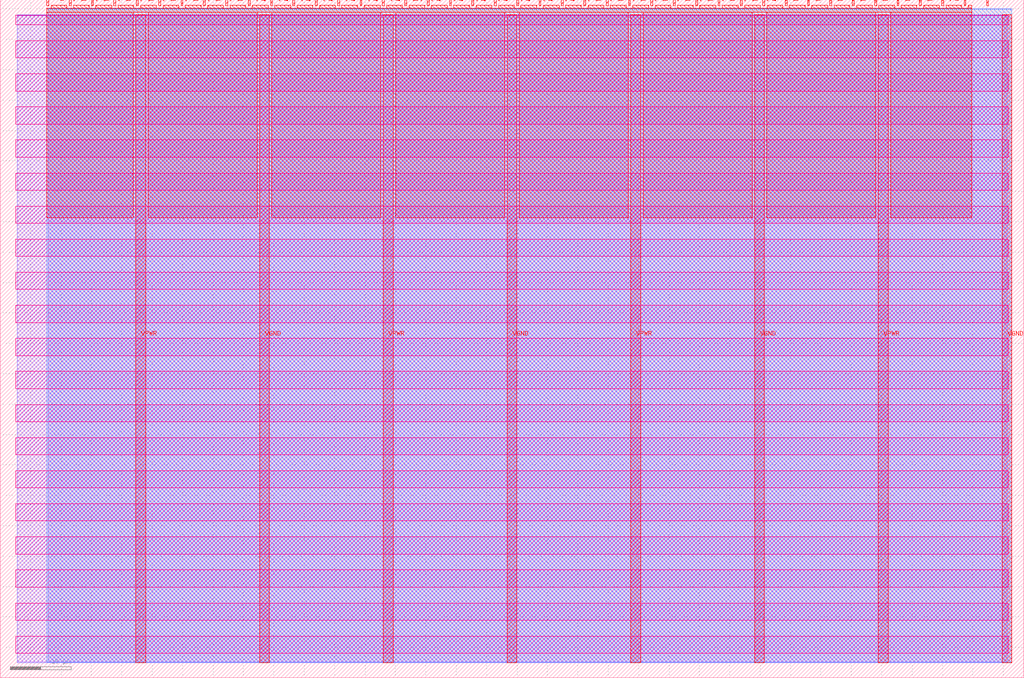
<source format=lef>
VERSION 5.7 ;
  NOWIREEXTENSIONATPIN ON ;
  DIVIDERCHAR "/" ;
  BUSBITCHARS "[]" ;
MACRO tt_um_darkfsegura_collatz
  CLASS BLOCK ;
  FOREIGN tt_um_darkfsegura_collatz ;
  ORIGIN 0.000 0.000 ;
  SIZE 168.360 BY 111.520 ;
  PIN VGND
    DIRECTION INOUT ;
    USE GROUND ;
    PORT
      LAYER met4 ;
        RECT 42.670 2.480 44.270 109.040 ;
    END
    PORT
      LAYER met4 ;
        RECT 83.380 2.480 84.980 109.040 ;
    END
    PORT
      LAYER met4 ;
        RECT 124.090 2.480 125.690 109.040 ;
    END
    PORT
      LAYER met4 ;
        RECT 164.800 2.480 166.400 109.040 ;
    END
  END VGND
  PIN VPWR
    DIRECTION INOUT ;
    USE POWER ;
    PORT
      LAYER met4 ;
        RECT 22.315 2.480 23.915 109.040 ;
    END
    PORT
      LAYER met4 ;
        RECT 63.025 2.480 64.625 109.040 ;
    END
    PORT
      LAYER met4 ;
        RECT 103.735 2.480 105.335 109.040 ;
    END
    PORT
      LAYER met4 ;
        RECT 144.445 2.480 146.045 109.040 ;
    END
  END VPWR
  PIN clk
    DIRECTION INPUT ;
    USE SIGNAL ;
    ANTENNAGATEAREA 0.852000 ;
    PORT
      LAYER met4 ;
        RECT 158.550 110.520 158.850 111.520 ;
    END
  END clk
  PIN ena
    DIRECTION INPUT ;
    USE SIGNAL ;
    PORT
      LAYER met4 ;
        RECT 162.230 110.520 162.530 111.520 ;
    END
  END ena
  PIN rst_n
    DIRECTION INPUT ;
    USE SIGNAL ;
    ANTENNAGATEAREA 0.213000 ;
    PORT
      LAYER met4 ;
        RECT 154.870 110.520 155.170 111.520 ;
    END
  END rst_n
  PIN ui_in[0]
    DIRECTION INPUT ;
    USE SIGNAL ;
    ANTENNAGATEAREA 0.196500 ;
    PORT
      LAYER met4 ;
        RECT 151.190 110.520 151.490 111.520 ;
    END
  END ui_in[0]
  PIN ui_in[1]
    DIRECTION INPUT ;
    USE SIGNAL ;
    ANTENNAGATEAREA 0.196500 ;
    PORT
      LAYER met4 ;
        RECT 147.510 110.520 147.810 111.520 ;
    END
  END ui_in[1]
  PIN ui_in[2]
    DIRECTION INPUT ;
    USE SIGNAL ;
    ANTENNAGATEAREA 0.196500 ;
    PORT
      LAYER met4 ;
        RECT 143.830 110.520 144.130 111.520 ;
    END
  END ui_in[2]
  PIN ui_in[3]
    DIRECTION INPUT ;
    USE SIGNAL ;
    ANTENNAGATEAREA 0.196500 ;
    PORT
      LAYER met4 ;
        RECT 140.150 110.520 140.450 111.520 ;
    END
  END ui_in[3]
  PIN ui_in[4]
    DIRECTION INPUT ;
    USE SIGNAL ;
    ANTENNAGATEAREA 0.196500 ;
    PORT
      LAYER met4 ;
        RECT 136.470 110.520 136.770 111.520 ;
    END
  END ui_in[4]
  PIN ui_in[5]
    DIRECTION INPUT ;
    USE SIGNAL ;
    ANTENNAGATEAREA 0.196500 ;
    PORT
      LAYER met4 ;
        RECT 132.790 110.520 133.090 111.520 ;
    END
  END ui_in[5]
  PIN ui_in[6]
    DIRECTION INPUT ;
    USE SIGNAL ;
    ANTENNAGATEAREA 0.196500 ;
    PORT
      LAYER met4 ;
        RECT 129.110 110.520 129.410 111.520 ;
    END
  END ui_in[6]
  PIN ui_in[7]
    DIRECTION INPUT ;
    USE SIGNAL ;
    ANTENNAGATEAREA 0.196500 ;
    PORT
      LAYER met4 ;
        RECT 125.430 110.520 125.730 111.520 ;
    END
  END ui_in[7]
  PIN uio_in[0]
    DIRECTION INPUT ;
    USE SIGNAL ;
    PORT
      LAYER met4 ;
        RECT 121.750 110.520 122.050 111.520 ;
    END
  END uio_in[0]
  PIN uio_in[1]
    DIRECTION INPUT ;
    USE SIGNAL ;
    PORT
      LAYER met4 ;
        RECT 118.070 110.520 118.370 111.520 ;
    END
  END uio_in[1]
  PIN uio_in[2]
    DIRECTION INPUT ;
    USE SIGNAL ;
    PORT
      LAYER met4 ;
        RECT 114.390 110.520 114.690 111.520 ;
    END
  END uio_in[2]
  PIN uio_in[3]
    DIRECTION INPUT ;
    USE SIGNAL ;
    PORT
      LAYER met4 ;
        RECT 110.710 110.520 111.010 111.520 ;
    END
  END uio_in[3]
  PIN uio_in[4]
    DIRECTION INPUT ;
    USE SIGNAL ;
    PORT
      LAYER met4 ;
        RECT 107.030 110.520 107.330 111.520 ;
    END
  END uio_in[4]
  PIN uio_in[5]
    DIRECTION INPUT ;
    USE SIGNAL ;
    PORT
      LAYER met4 ;
        RECT 103.350 110.520 103.650 111.520 ;
    END
  END uio_in[5]
  PIN uio_in[6]
    DIRECTION INPUT ;
    USE SIGNAL ;
    PORT
      LAYER met4 ;
        RECT 99.670 110.520 99.970 111.520 ;
    END
  END uio_in[6]
  PIN uio_in[7]
    DIRECTION INPUT ;
    USE SIGNAL ;
    PORT
      LAYER met4 ;
        RECT 95.990 110.520 96.290 111.520 ;
    END
  END uio_in[7]
  PIN uio_oe[0]
    DIRECTION OUTPUT TRISTATE ;
    USE SIGNAL ;
    PORT
      LAYER met4 ;
        RECT 33.430 110.520 33.730 111.520 ;
    END
  END uio_oe[0]
  PIN uio_oe[1]
    DIRECTION OUTPUT TRISTATE ;
    USE SIGNAL ;
    PORT
      LAYER met4 ;
        RECT 29.750 110.520 30.050 111.520 ;
    END
  END uio_oe[1]
  PIN uio_oe[2]
    DIRECTION OUTPUT TRISTATE ;
    USE SIGNAL ;
    PORT
      LAYER met4 ;
        RECT 26.070 110.520 26.370 111.520 ;
    END
  END uio_oe[2]
  PIN uio_oe[3]
    DIRECTION OUTPUT TRISTATE ;
    USE SIGNAL ;
    PORT
      LAYER met4 ;
        RECT 22.390 110.520 22.690 111.520 ;
    END
  END uio_oe[3]
  PIN uio_oe[4]
    DIRECTION OUTPUT TRISTATE ;
    USE SIGNAL ;
    PORT
      LAYER met4 ;
        RECT 18.710 110.520 19.010 111.520 ;
    END
  END uio_oe[4]
  PIN uio_oe[5]
    DIRECTION OUTPUT TRISTATE ;
    USE SIGNAL ;
    PORT
      LAYER met4 ;
        RECT 15.030 110.520 15.330 111.520 ;
    END
  END uio_oe[5]
  PIN uio_oe[6]
    DIRECTION OUTPUT TRISTATE ;
    USE SIGNAL ;
    PORT
      LAYER met4 ;
        RECT 11.350 110.520 11.650 111.520 ;
    END
  END uio_oe[6]
  PIN uio_oe[7]
    DIRECTION OUTPUT TRISTATE ;
    USE SIGNAL ;
    PORT
      LAYER met4 ;
        RECT 7.670 110.520 7.970 111.520 ;
    END
  END uio_oe[7]
  PIN uio_out[0]
    DIRECTION OUTPUT TRISTATE ;
    USE SIGNAL ;
    PORT
      LAYER met4 ;
        RECT 62.870 110.520 63.170 111.520 ;
    END
  END uio_out[0]
  PIN uio_out[1]
    DIRECTION OUTPUT TRISTATE ;
    USE SIGNAL ;
    PORT
      LAYER met4 ;
        RECT 59.190 110.520 59.490 111.520 ;
    END
  END uio_out[1]
  PIN uio_out[2]
    DIRECTION OUTPUT TRISTATE ;
    USE SIGNAL ;
    PORT
      LAYER met4 ;
        RECT 55.510 110.520 55.810 111.520 ;
    END
  END uio_out[2]
  PIN uio_out[3]
    DIRECTION OUTPUT TRISTATE ;
    USE SIGNAL ;
    PORT
      LAYER met4 ;
        RECT 51.830 110.520 52.130 111.520 ;
    END
  END uio_out[3]
  PIN uio_out[4]
    DIRECTION OUTPUT TRISTATE ;
    USE SIGNAL ;
    PORT
      LAYER met4 ;
        RECT 48.150 110.520 48.450 111.520 ;
    END
  END uio_out[4]
  PIN uio_out[5]
    DIRECTION OUTPUT TRISTATE ;
    USE SIGNAL ;
    PORT
      LAYER met4 ;
        RECT 44.470 110.520 44.770 111.520 ;
    END
  END uio_out[5]
  PIN uio_out[6]
    DIRECTION OUTPUT TRISTATE ;
    USE SIGNAL ;
    PORT
      LAYER met4 ;
        RECT 40.790 110.520 41.090 111.520 ;
    END
  END uio_out[6]
  PIN uio_out[7]
    DIRECTION OUTPUT TRISTATE ;
    USE SIGNAL ;
    PORT
      LAYER met4 ;
        RECT 37.110 110.520 37.410 111.520 ;
    END
  END uio_out[7]
  PIN uo_out[0]
    DIRECTION OUTPUT TRISTATE ;
    USE SIGNAL ;
    ANTENNAGATEAREA 0.658500 ;
    ANTENNADIFFAREA 0.891000 ;
    PORT
      LAYER met4 ;
        RECT 92.310 110.520 92.610 111.520 ;
    END
  END uo_out[0]
  PIN uo_out[1]
    DIRECTION OUTPUT TRISTATE ;
    USE SIGNAL ;
    ANTENNAGATEAREA 0.747000 ;
    ANTENNADIFFAREA 0.891000 ;
    PORT
      LAYER met4 ;
        RECT 88.630 110.520 88.930 111.520 ;
    END
  END uo_out[1]
  PIN uo_out[2]
    DIRECTION OUTPUT TRISTATE ;
    USE SIGNAL ;
    ANTENNAGATEAREA 0.747000 ;
    ANTENNADIFFAREA 0.891000 ;
    PORT
      LAYER met4 ;
        RECT 84.950 110.520 85.250 111.520 ;
    END
  END uo_out[2]
  PIN uo_out[3]
    DIRECTION OUTPUT TRISTATE ;
    USE SIGNAL ;
    ANTENNAGATEAREA 0.747000 ;
    ANTENNADIFFAREA 0.891000 ;
    PORT
      LAYER met4 ;
        RECT 81.270 110.520 81.570 111.520 ;
    END
  END uo_out[3]
  PIN uo_out[4]
    DIRECTION OUTPUT TRISTATE ;
    USE SIGNAL ;
    ANTENNAGATEAREA 0.747000 ;
    ANTENNADIFFAREA 0.891000 ;
    PORT
      LAYER met4 ;
        RECT 77.590 110.520 77.890 111.520 ;
    END
  END uo_out[4]
  PIN uo_out[5]
    DIRECTION OUTPUT TRISTATE ;
    USE SIGNAL ;
    ANTENNAGATEAREA 0.625500 ;
    ANTENNADIFFAREA 0.891000 ;
    PORT
      LAYER met4 ;
        RECT 73.910 110.520 74.210 111.520 ;
    END
  END uo_out[5]
  PIN uo_out[6]
    DIRECTION OUTPUT TRISTATE ;
    USE SIGNAL ;
    ANTENNAGATEAREA 0.747000 ;
    ANTENNADIFFAREA 0.891000 ;
    PORT
      LAYER met4 ;
        RECT 70.230 110.520 70.530 111.520 ;
    END
  END uo_out[6]
  PIN uo_out[7]
    DIRECTION OUTPUT TRISTATE ;
    USE SIGNAL ;
    ANTENNAGATEAREA 0.747000 ;
    ANTENNADIFFAREA 0.891000 ;
    PORT
      LAYER met4 ;
        RECT 66.550 110.520 66.850 111.520 ;
    END
  END uo_out[7]
  OBS
      LAYER nwell ;
        RECT 2.570 107.385 165.790 108.990 ;
        RECT 2.570 101.945 165.790 104.775 ;
        RECT 2.570 96.505 165.790 99.335 ;
        RECT 2.570 91.065 165.790 93.895 ;
        RECT 2.570 85.625 165.790 88.455 ;
        RECT 2.570 80.185 165.790 83.015 ;
        RECT 2.570 74.745 165.790 77.575 ;
        RECT 2.570 69.305 165.790 72.135 ;
        RECT 2.570 63.865 165.790 66.695 ;
        RECT 2.570 58.425 165.790 61.255 ;
        RECT 2.570 52.985 165.790 55.815 ;
        RECT 2.570 47.545 165.790 50.375 ;
        RECT 2.570 42.105 165.790 44.935 ;
        RECT 2.570 36.665 165.790 39.495 ;
        RECT 2.570 31.225 165.790 34.055 ;
        RECT 2.570 25.785 165.790 28.615 ;
        RECT 2.570 20.345 165.790 23.175 ;
        RECT 2.570 14.905 165.790 17.735 ;
        RECT 2.570 9.465 165.790 12.295 ;
        RECT 2.570 4.025 165.790 6.855 ;
      LAYER li1 ;
        RECT 2.760 2.635 165.600 108.885 ;
      LAYER met1 ;
        RECT 2.760 2.480 166.400 109.040 ;
      LAYER met2 ;
        RECT 7.910 2.535 166.370 110.005 ;
      LAYER met3 ;
        RECT 7.630 2.555 166.390 109.985 ;
      LAYER met4 ;
        RECT 8.370 110.120 10.950 110.650 ;
        RECT 12.050 110.120 14.630 110.650 ;
        RECT 15.730 110.120 18.310 110.650 ;
        RECT 19.410 110.120 21.990 110.650 ;
        RECT 23.090 110.120 25.670 110.650 ;
        RECT 26.770 110.120 29.350 110.650 ;
        RECT 30.450 110.120 33.030 110.650 ;
        RECT 34.130 110.120 36.710 110.650 ;
        RECT 37.810 110.120 40.390 110.650 ;
        RECT 41.490 110.120 44.070 110.650 ;
        RECT 45.170 110.120 47.750 110.650 ;
        RECT 48.850 110.120 51.430 110.650 ;
        RECT 52.530 110.120 55.110 110.650 ;
        RECT 56.210 110.120 58.790 110.650 ;
        RECT 59.890 110.120 62.470 110.650 ;
        RECT 63.570 110.120 66.150 110.650 ;
        RECT 67.250 110.120 69.830 110.650 ;
        RECT 70.930 110.120 73.510 110.650 ;
        RECT 74.610 110.120 77.190 110.650 ;
        RECT 78.290 110.120 80.870 110.650 ;
        RECT 81.970 110.120 84.550 110.650 ;
        RECT 85.650 110.120 88.230 110.650 ;
        RECT 89.330 110.120 91.910 110.650 ;
        RECT 93.010 110.120 95.590 110.650 ;
        RECT 96.690 110.120 99.270 110.650 ;
        RECT 100.370 110.120 102.950 110.650 ;
        RECT 104.050 110.120 106.630 110.650 ;
        RECT 107.730 110.120 110.310 110.650 ;
        RECT 111.410 110.120 113.990 110.650 ;
        RECT 115.090 110.120 117.670 110.650 ;
        RECT 118.770 110.120 121.350 110.650 ;
        RECT 122.450 110.120 125.030 110.650 ;
        RECT 126.130 110.120 128.710 110.650 ;
        RECT 129.810 110.120 132.390 110.650 ;
        RECT 133.490 110.120 136.070 110.650 ;
        RECT 137.170 110.120 139.750 110.650 ;
        RECT 140.850 110.120 143.430 110.650 ;
        RECT 144.530 110.120 147.110 110.650 ;
        RECT 148.210 110.120 150.790 110.650 ;
        RECT 151.890 110.120 154.470 110.650 ;
        RECT 155.570 110.120 158.150 110.650 ;
        RECT 159.250 110.120 159.770 110.650 ;
        RECT 7.655 109.440 159.770 110.120 ;
        RECT 7.655 75.655 21.915 109.440 ;
        RECT 24.315 75.655 42.270 109.440 ;
        RECT 44.670 75.655 62.625 109.440 ;
        RECT 65.025 75.655 82.980 109.440 ;
        RECT 85.380 75.655 103.335 109.440 ;
        RECT 105.735 75.655 123.690 109.440 ;
        RECT 126.090 75.655 144.045 109.440 ;
        RECT 146.445 75.655 159.770 109.440 ;
  END
END tt_um_darkfsegura_collatz
END LIBRARY


</source>
